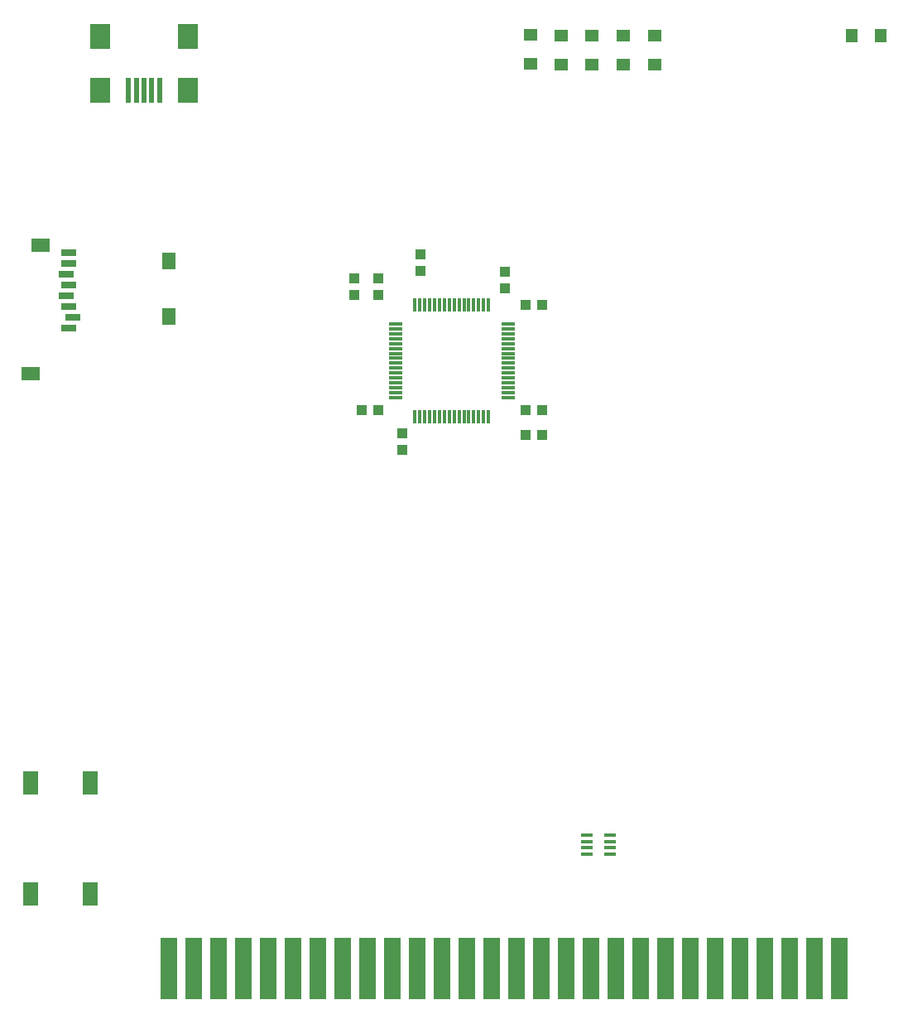
<source format=gtp>
G75*
%MOIN*%
%OFA0B0*%
%FSLAX25Y25*%
%IPPOS*%
%LPD*%
%AMOC8*
5,1,8,0,0,1.08239X$1,22.5*
%
%ADD10R,0.06500X0.25000*%
%ADD11R,0.01969X0.09843*%
%ADD12R,0.07874X0.09843*%
%ADD13R,0.05906X0.09449*%
%ADD14R,0.01181X0.05709*%
%ADD15R,0.05709X0.01181*%
%ADD16R,0.05512X0.07087*%
%ADD17R,0.07480X0.05512*%
%ADD18R,0.05906X0.03150*%
%ADD19R,0.03937X0.04331*%
%ADD20R,0.04331X0.03937*%
%ADD21R,0.05118X0.01654*%
%ADD22R,0.05512X0.04724*%
%ADD23R,0.04724X0.05512*%
D10*
X0067150Y0017500D03*
X0077150Y0017500D03*
X0087150Y0017500D03*
X0097150Y0017500D03*
X0107150Y0017500D03*
X0117150Y0017500D03*
X0127150Y0017500D03*
X0137150Y0017500D03*
X0147150Y0017500D03*
X0157150Y0017500D03*
X0167150Y0017500D03*
X0177150Y0017500D03*
X0187150Y0017500D03*
X0197150Y0017500D03*
X0207150Y0017500D03*
X0217150Y0017500D03*
X0227150Y0017500D03*
X0237150Y0017500D03*
X0247150Y0017500D03*
X0257150Y0017500D03*
X0267150Y0017500D03*
X0277150Y0017500D03*
X0287150Y0017500D03*
X0297150Y0017500D03*
X0307150Y0017500D03*
X0317150Y0017500D03*
X0327150Y0017500D03*
X0337150Y0017500D03*
D11*
X0063323Y0370934D03*
X0060174Y0370934D03*
X0057024Y0370934D03*
X0053875Y0370934D03*
X0050725Y0370934D03*
D12*
X0039308Y0370934D03*
X0039308Y0392587D03*
X0074741Y0392587D03*
X0074741Y0370934D03*
D13*
X0011291Y0047405D03*
X0035307Y0047405D03*
X0035307Y0092287D03*
X0011291Y0092287D03*
D14*
X0166164Y0239400D03*
X0168132Y0239400D03*
X0170101Y0239400D03*
X0172069Y0239400D03*
X0174038Y0239400D03*
X0176006Y0239400D03*
X0177975Y0239400D03*
X0179943Y0239400D03*
X0181912Y0239400D03*
X0183880Y0239400D03*
X0185849Y0239400D03*
X0187817Y0239400D03*
X0189786Y0239400D03*
X0191754Y0239400D03*
X0193723Y0239400D03*
X0195691Y0239400D03*
X0195691Y0284675D03*
X0193723Y0284675D03*
X0191754Y0284675D03*
X0189786Y0284675D03*
X0187817Y0284675D03*
X0185849Y0284675D03*
X0183880Y0284675D03*
X0181912Y0284675D03*
X0179943Y0284675D03*
X0177975Y0284675D03*
X0176006Y0284675D03*
X0174038Y0284675D03*
X0172069Y0284675D03*
X0170101Y0284675D03*
X0168132Y0284675D03*
X0166164Y0284675D03*
D15*
X0158290Y0276801D03*
X0158290Y0274833D03*
X0158290Y0272864D03*
X0158290Y0270896D03*
X0158290Y0268927D03*
X0158290Y0266959D03*
X0158290Y0264990D03*
X0158290Y0263022D03*
X0158290Y0261053D03*
X0158290Y0259085D03*
X0158290Y0257116D03*
X0158290Y0255148D03*
X0158290Y0253179D03*
X0158290Y0251211D03*
X0158290Y0249242D03*
X0158290Y0247274D03*
X0203565Y0247274D03*
X0203565Y0249242D03*
X0203565Y0251211D03*
X0203565Y0253179D03*
X0203565Y0255148D03*
X0203565Y0257116D03*
X0203565Y0259085D03*
X0203565Y0261053D03*
X0203565Y0263022D03*
X0203565Y0264990D03*
X0203565Y0266959D03*
X0203565Y0268927D03*
X0203565Y0270896D03*
X0203565Y0272864D03*
X0203565Y0274833D03*
X0203565Y0276801D03*
D16*
X0067176Y0279832D03*
X0067176Y0302273D03*
D17*
X0015404Y0308671D03*
X0011467Y0256899D03*
D18*
X0026625Y0275147D03*
X0028199Y0279478D03*
X0026625Y0283809D03*
X0025837Y0288139D03*
X0026625Y0292470D03*
X0025837Y0296801D03*
X0026625Y0301131D03*
X0026625Y0305462D03*
D19*
X0141792Y0295049D03*
X0141792Y0288356D03*
X0151296Y0288408D03*
X0151296Y0295101D03*
X0168255Y0298184D03*
X0168255Y0304877D03*
X0202187Y0297717D03*
X0202187Y0291024D03*
X0160849Y0232756D03*
X0160849Y0226063D03*
D20*
X0151400Y0242205D03*
X0144707Y0242205D03*
X0210652Y0242205D03*
X0217345Y0242205D03*
X0217293Y0232087D03*
X0210600Y0232087D03*
X0210652Y0284528D03*
X0217345Y0284528D03*
D21*
X0235274Y0071139D03*
X0235274Y0068580D03*
X0235278Y0066020D03*
X0235274Y0063461D03*
X0244526Y0063461D03*
X0244522Y0066020D03*
X0244526Y0068580D03*
X0244526Y0071139D03*
D22*
X0250035Y0381024D03*
X0250035Y0392835D03*
X0237455Y0392835D03*
X0237455Y0381024D03*
X0224857Y0381024D03*
X0224857Y0392835D03*
X0212520Y0393180D03*
X0212520Y0381369D03*
X0262820Y0381024D03*
X0262820Y0392835D03*
D23*
X0341951Y0392795D03*
X0353762Y0392795D03*
M02*

</source>
